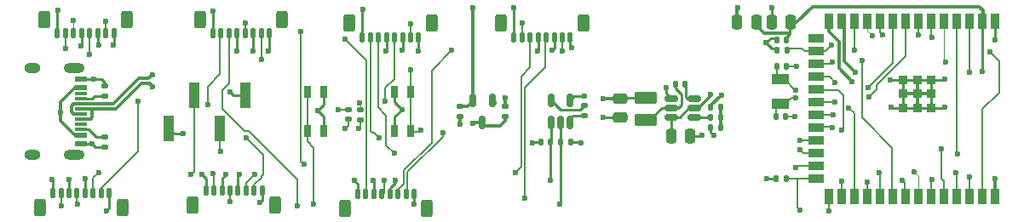
<source format=gbr>
%TF.GenerationSoftware,KiCad,Pcbnew,7.0.8+1*%
%TF.CreationDate,2023-12-11T13:56:50+01:00*%
%TF.ProjectId,Receiver,52656365-6976-4657-922e-6b696361645f,rev?*%
%TF.SameCoordinates,Original*%
%TF.FileFunction,Copper,L1,Top*%
%TF.FilePolarity,Positive*%
%FSLAX46Y46*%
G04 Gerber Fmt 4.6, Leading zero omitted, Abs format (unit mm)*
G04 Created by KiCad (PCBNEW 7.0.8+1) date 2023-12-11 13:56:50*
%MOMM*%
%LPD*%
G01*
G04 APERTURE LIST*
G04 Aperture macros list*
%AMRoundRect*
0 Rectangle with rounded corners*
0 $1 Rounding radius*
0 $2 $3 $4 $5 $6 $7 $8 $9 X,Y pos of 4 corners*
0 Add a 4 corners polygon primitive as box body*
4,1,4,$2,$3,$4,$5,$6,$7,$8,$9,$2,$3,0*
0 Add four circle primitives for the rounded corners*
1,1,$1+$1,$2,$3*
1,1,$1+$1,$4,$5*
1,1,$1+$1,$6,$7*
1,1,$1+$1,$8,$9*
0 Add four rect primitives between the rounded corners*
20,1,$1+$1,$2,$3,$4,$5,0*
20,1,$1+$1,$4,$5,$6,$7,0*
20,1,$1+$1,$6,$7,$8,$9,0*
20,1,$1+$1,$8,$9,$2,$3,0*%
G04 Aperture macros list end*
%TA.AperFunction,SMDPad,CuDef*%
%ADD10RoundRect,0.150000X0.150000X-0.512500X0.150000X0.512500X-0.150000X0.512500X-0.150000X-0.512500X0*%
%TD*%
%TA.AperFunction,SMDPad,CuDef*%
%ADD11RoundRect,0.250000X-0.250000X-0.475000X0.250000X-0.475000X0.250000X0.475000X-0.250000X0.475000X0*%
%TD*%
%TA.AperFunction,SMDPad,CuDef*%
%ADD12RoundRect,0.140000X-0.170000X0.140000X-0.170000X-0.140000X0.170000X-0.140000X0.170000X0.140000X0*%
%TD*%
%TA.AperFunction,SMDPad,CuDef*%
%ADD13RoundRect,0.125000X0.125000X0.425000X-0.125000X0.425000X-0.125000X-0.425000X0.125000X-0.425000X0*%
%TD*%
%TA.AperFunction,SMDPad,CuDef*%
%ADD14RoundRect,0.250000X0.350000X0.600000X-0.350000X0.600000X-0.350000X-0.600000X0.350000X-0.600000X0*%
%TD*%
%TA.AperFunction,SMDPad,CuDef*%
%ADD15RoundRect,0.250000X0.475000X-0.250000X0.475000X0.250000X-0.475000X0.250000X-0.475000X-0.250000X0*%
%TD*%
%TA.AperFunction,SMDPad,CuDef*%
%ADD16RoundRect,0.125000X-0.125000X-0.425000X0.125000X-0.425000X0.125000X0.425000X-0.125000X0.425000X0*%
%TD*%
%TA.AperFunction,SMDPad,CuDef*%
%ADD17RoundRect,0.250000X-0.350000X-0.600000X0.350000X-0.600000X0.350000X0.600000X-0.350000X0.600000X0*%
%TD*%
%TA.AperFunction,SMDPad,CuDef*%
%ADD18RoundRect,0.140000X0.170000X-0.140000X0.170000X0.140000X-0.170000X0.140000X-0.170000X-0.140000X0*%
%TD*%
%TA.AperFunction,SMDPad,CuDef*%
%ADD19RoundRect,0.140000X-0.140000X-0.170000X0.140000X-0.170000X0.140000X0.170000X-0.140000X0.170000X0*%
%TD*%
%TA.AperFunction,SMDPad,CuDef*%
%ADD20RoundRect,0.250000X0.250000X0.475000X-0.250000X0.475000X-0.250000X-0.475000X0.250000X-0.475000X0*%
%TD*%
%TA.AperFunction,SMDPad,CuDef*%
%ADD21RoundRect,0.250000X0.850000X-0.375000X0.850000X0.375000X-0.850000X0.375000X-0.850000X-0.375000X0*%
%TD*%
%TA.AperFunction,SMDPad,CuDef*%
%ADD22RoundRect,0.135000X0.135000X0.185000X-0.135000X0.185000X-0.135000X-0.185000X0.135000X-0.185000X0*%
%TD*%
%TA.AperFunction,SMDPad,CuDef*%
%ADD23RoundRect,0.135000X-0.185000X0.135000X-0.185000X-0.135000X0.185000X-0.135000X0.185000X0.135000X0*%
%TD*%
%TA.AperFunction,SMDPad,CuDef*%
%ADD24RoundRect,0.150000X-0.512500X-0.150000X0.512500X-0.150000X0.512500X0.150000X-0.512500X0.150000X0*%
%TD*%
%TA.AperFunction,SMDPad,CuDef*%
%ADD25R,1.150000X0.600000*%
%TD*%
%TA.AperFunction,SMDPad,CuDef*%
%ADD26R,1.150000X0.300000*%
%TD*%
%TA.AperFunction,ComponentPad*%
%ADD27O,2.100000X1.000000*%
%TD*%
%TA.AperFunction,ComponentPad*%
%ADD28O,1.600000X1.000000*%
%TD*%
%TA.AperFunction,SMDPad,CuDef*%
%ADD29RoundRect,0.140000X0.140000X0.170000X-0.140000X0.170000X-0.140000X-0.170000X0.140000X-0.170000X0*%
%TD*%
%TA.AperFunction,SMDPad,CuDef*%
%ADD30R,0.800000X1.225000*%
%TD*%
%TA.AperFunction,SMDPad,CuDef*%
%ADD31RoundRect,0.135000X-0.135000X-0.185000X0.135000X-0.185000X0.135000X0.185000X-0.135000X0.185000X0*%
%TD*%
%TA.AperFunction,SMDPad,CuDef*%
%ADD32R,1.800000X1.000000*%
%TD*%
%TA.AperFunction,SMDPad,CuDef*%
%ADD33R,1.000000X2.510000*%
%TD*%
%TA.AperFunction,SMDPad,CuDef*%
%ADD34R,0.900000X1.500000*%
%TD*%
%TA.AperFunction,SMDPad,CuDef*%
%ADD35R,1.500000X0.900000*%
%TD*%
%TA.AperFunction,SMDPad,CuDef*%
%ADD36R,0.900000X0.900000*%
%TD*%
%TA.AperFunction,SMDPad,CuDef*%
%ADD37RoundRect,0.150000X-0.150000X0.512500X-0.150000X-0.512500X0.150000X-0.512500X0.150000X0.512500X0*%
%TD*%
%TA.AperFunction,SMDPad,CuDef*%
%ADD38RoundRect,0.135000X0.185000X-0.135000X0.185000X0.135000X-0.185000X0.135000X-0.185000X-0.135000X0*%
%TD*%
%TA.AperFunction,ViaPad*%
%ADD39C,0.600000*%
%TD*%
%TA.AperFunction,Conductor*%
%ADD40C,0.250000*%
%TD*%
%TA.AperFunction,Conductor*%
%ADD41C,0.300000*%
%TD*%
%TA.AperFunction,Conductor*%
%ADD42C,0.150000*%
%TD*%
%TA.AperFunction,Conductor*%
%ADD43C,0.100000*%
%TD*%
G04 APERTURE END LIST*
D10*
%TO.P,U3,1,OUT*%
%TO.N,-2V5*%
X104195000Y-62137500D03*
%TO.P,U3,2,IN*%
%TO.N,+2V5*%
X105145000Y-62137500D03*
%TO.P,U3,3,CFLY-*%
%TO.N,Net-(U3-CFLY-)*%
X106095000Y-62137500D03*
%TO.P,U3,4,GND*%
%TO.N,GND*%
X106095000Y-59862500D03*
%TO.P,U3,5,CFLY+*%
%TO.N,Net-(U3-CFLY+)*%
X104195000Y-59862500D03*
%TD*%
D11*
%TO.P,C14,1*%
%TO.N,GND*%
X122675000Y-52105000D03*
%TO.P,C14,2*%
%TO.N,+3.3V*%
X124575000Y-52105000D03*
%TD*%
D12*
%TO.P,C12,1*%
%TO.N,GND*%
X99585000Y-60520000D03*
%TO.P,C12,2*%
%TO.N,+3.3V*%
X99585000Y-61480000D03*
%TD*%
D13*
%TO.P,J1,1,Pin_1*%
%TO.N,+2V5*%
X90575000Y-69225000D03*
%TO.P,J1,2,Pin_2*%
%TO.N,/PWM_SEND_4*%
X89775000Y-69225000D03*
%TO.P,J1,3,Pin_3*%
%TO.N,/PWM_RCV_4*%
X88975000Y-69225000D03*
%TO.P,J1,4,Pin_4*%
%TO.N,-2V5*%
X88175000Y-69225000D03*
%TO.P,J1,5,Pin_5*%
%TO.N,/LED_4*%
X87375000Y-69225000D03*
%TO.P,J1,6,Pin_6*%
%TO.N,GND*%
X86575000Y-69225000D03*
%TO.P,J1,7,Pin_7*%
%TO.N,/DOG_4*%
X85775000Y-69225000D03*
%TO.P,J1,8,Pin_8*%
%TO.N,GND*%
X84975000Y-69225000D03*
D14*
%TO.P,J1,MP*%
%TO.N,N/C*%
X91875000Y-70625000D03*
X83675000Y-70625000D03*
%TD*%
D12*
%TO.P,C3,1*%
%TO.N,GND*%
X84005000Y-60835000D03*
%TO.P,C3,2*%
%TO.N,Net-(U2-EN)*%
X84005000Y-61795000D03*
%TD*%
D15*
%TO.P,C7,1*%
%TO.N,GND*%
X111085000Y-61595000D03*
%TO.P,C7,2*%
%TO.N,+3.3V*%
X111085000Y-59695000D03*
%TD*%
D16*
%TO.P,J2,1,Pin_1*%
%TO.N,+2V5*%
X85425000Y-53625000D03*
%TO.P,J2,2,Pin_2*%
%TO.N,/PWM_SEND_5*%
X86225000Y-53625000D03*
%TO.P,J2,3,Pin_3*%
%TO.N,/PWM_RCV_5*%
X87025000Y-53625000D03*
%TO.P,J2,4,Pin_4*%
%TO.N,-2V5*%
X87825000Y-53625000D03*
%TO.P,J2,5,Pin_5*%
%TO.N,/LED_5*%
X88625000Y-53625000D03*
%TO.P,J2,6,Pin_6*%
%TO.N,GND*%
X89425000Y-53625000D03*
%TO.P,J2,7,Pin_7*%
%TO.N,/DOG_5*%
X90225000Y-53625000D03*
%TO.P,J2,8,Pin_8*%
%TO.N,GND*%
X91025000Y-53625000D03*
D17*
%TO.P,J2,MP*%
%TO.N,N/C*%
X84125000Y-52225000D03*
X92325000Y-52225000D03*
%TD*%
D18*
%TO.P,C13,1*%
%TO.N,GND*%
X95135000Y-61480000D03*
%TO.P,C13,2*%
%TO.N,+2V5*%
X95135000Y-60520000D03*
%TD*%
D19*
%TO.P,C10,1*%
%TO.N,GND*%
X103185000Y-64005000D03*
%TO.P,C10,2*%
%TO.N,-2V5*%
X104145000Y-64005000D03*
%TD*%
%TO.P,C5,1*%
%TO.N,GND*%
X126635000Y-53875000D03*
%TO.P,C5,2*%
%TO.N,+3.3V*%
X127595000Y-53875000D03*
%TD*%
D20*
%TO.P,C6,1*%
%TO.N,GND*%
X118025000Y-63415000D03*
%TO.P,C6,2*%
%TO.N,VBUS*%
X116125000Y-63415000D03*
%TD*%
D21*
%TO.P,L1,1,1*%
%TO.N,Net-(U1-SW)*%
X113565000Y-61830000D03*
%TO.P,L1,2,2*%
%TO.N,+3.3V*%
X113565000Y-59680000D03*
%TD*%
D22*
%TO.P,R5,1*%
%TO.N,/PWM_RCV_3*%
X127585000Y-67695000D03*
%TO.P,R5,2*%
%TO.N,GND*%
X126565000Y-67695000D03*
%TD*%
D23*
%TO.P,R1,1*%
%TO.N,+3.3V*%
X85215000Y-60785000D03*
%TO.P,R1,2*%
%TO.N,Net-(U2-EN)*%
X85215000Y-61805000D03*
%TD*%
D24*
%TO.P,U1,1,GND*%
%TO.N,GND*%
X116147500Y-59685000D03*
%TO.P,U1,2,SW*%
%TO.N,Net-(U1-SW)*%
X116147500Y-60635000D03*
%TO.P,U1,3,IN*%
%TO.N,VBUS*%
X116147500Y-61585000D03*
%TO.P,U1,4,FB*%
%TO.N,Net-(U1-FB)*%
X118422500Y-61585000D03*
%TO.P,U1,5,EN*%
%TO.N,VBUS*%
X118422500Y-60635000D03*
%TO.P,U1,6,BS*%
%TO.N,Net-(U1-BS)*%
X118422500Y-59685000D03*
%TD*%
D22*
%TO.P,R4,1*%
%TO.N,/PWM_RCV_4*%
X127655000Y-54925000D03*
%TO.P,R4,2*%
%TO.N,GND*%
X126635000Y-54925000D03*
%TD*%
D25*
%TO.P,J6,A1,GND*%
%TO.N,GND*%
X57445000Y-57800000D03*
%TO.P,J6,A4,VBUS*%
%TO.N,VBUS*%
X57445000Y-58600000D03*
D26*
%TO.P,J6,A5,CC1*%
%TO.N,Net-(J6-CC1)*%
X57440000Y-59750000D03*
%TO.P,J6,A6,D+*%
%TO.N,Net-(U2-GPIO20{slash}U1CTS{slash}ADC2_CH9{slash}CLK_OUT1{slash}USB_D+)*%
X57440000Y-60750000D03*
%TO.P,J6,A7,D-*%
%TO.N,Net-(U2-GPIO19{slash}U1RTS{slash}ADC2_CH8{slash}CLK_OUT2{slash}USB_D-)*%
X57440000Y-61250000D03*
%TO.P,J6,A8,SBU1*%
%TO.N,unconnected-(J6-SBU1-PadA8)*%
X57440000Y-59250000D03*
D25*
%TO.P,J6,A9,VBUS*%
%TO.N,VBUS*%
X57445000Y-63400000D03*
%TO.P,J6,A12,GND*%
%TO.N,GND*%
X57445000Y-64200000D03*
D26*
%TO.P,J6,B5,CC2*%
%TO.N,Net-(J6-CC2)*%
X57440000Y-62750000D03*
%TO.P,J6,B6,D+*%
%TO.N,Net-(U2-GPIO20{slash}U1CTS{slash}ADC2_CH9{slash}CLK_OUT1{slash}USB_D+)*%
X57440000Y-61750000D03*
%TO.P,J6,B7,D-*%
%TO.N,Net-(U2-GPIO19{slash}U1RTS{slash}ADC2_CH8{slash}CLK_OUT2{slash}USB_D-)*%
X57440000Y-60250000D03*
%TO.P,J6,B8,SBU2*%
%TO.N,unconnected-(J6-SBU2-PadB8)*%
X57440000Y-62250000D03*
D27*
%TO.P,J6,S1,SHIELD*%
%TO.N,GND*%
X56820000Y-56680000D03*
D28*
X52640000Y-56680000D03*
D27*
X56820000Y-65320000D03*
D28*
X52640000Y-65320000D03*
%TD*%
D29*
%TO.P,C1,1*%
%TO.N,GND*%
X127565000Y-56515000D03*
%TO.P,C1,2*%
%TO.N,Net-(U2-GPIO16{slash}U0CTS{slash}ADC2_CH5{slash}XTAL_32K_N)*%
X126605000Y-56515000D03*
%TD*%
D30*
%TO.P,SW1,1,1*%
%TO.N,Net-(U2-GPIO0{slash}BOOT)*%
X79965000Y-62912500D03*
X79965000Y-59087500D03*
%TO.P,SW1,2,2*%
%TO.N,GND*%
X81565000Y-62912500D03*
X81565000Y-59087500D03*
%TD*%
D11*
%TO.P,C4,1*%
%TO.N,GND*%
X126115000Y-52145000D03*
%TO.P,C4,2*%
%TO.N,+3.3V*%
X128015000Y-52145000D03*
%TD*%
D31*
%TO.P,R7,1*%
%TO.N,GND*%
X120050000Y-62640000D03*
%TO.P,R7,2*%
%TO.N,Net-(R6-Pad1)*%
X121070000Y-62640000D03*
%TD*%
D23*
%TO.P,R3,1*%
%TO.N,GND*%
X59805000Y-58455000D03*
%TO.P,R3,2*%
%TO.N,Net-(J6-CC1)*%
X59805000Y-59475000D03*
%TD*%
D13*
%TO.P,J3,1,Pin_1*%
%TO.N,+2V5*%
X60275000Y-69125000D03*
%TO.P,J3,2,Pin_2*%
%TO.N,/PWM_SEND_1*%
X59475000Y-69125000D03*
%TO.P,J3,3,Pin_3*%
%TO.N,/PWM_RCV_1*%
X58675000Y-69125000D03*
%TO.P,J3,4,Pin_4*%
%TO.N,-2V5*%
X57875000Y-69125000D03*
%TO.P,J3,5,Pin_5*%
%TO.N,/LED_1*%
X57075000Y-69125000D03*
%TO.P,J3,6,Pin_6*%
%TO.N,GND*%
X56275000Y-69125000D03*
%TO.P,J3,7,Pin_7*%
%TO.N,/DOG_1*%
X55475000Y-69125000D03*
%TO.P,J3,8,Pin_8*%
%TO.N,GND*%
X54675000Y-69125000D03*
D14*
%TO.P,J3,MP*%
%TO.N,N/C*%
X61575000Y-70525000D03*
X53375000Y-70525000D03*
%TD*%
D16*
%TO.P,J7,1,Pin_1*%
%TO.N,+2V5*%
X55125000Y-53225000D03*
%TO.P,J7,2,Pin_2*%
%TO.N,/PWM_SEND_0*%
X55925000Y-53225000D03*
%TO.P,J7,3,Pin_3*%
%TO.N,/PWM_RCV_0*%
X56725000Y-53225000D03*
%TO.P,J7,4,Pin_4*%
%TO.N,-2V5*%
X57525000Y-53225000D03*
%TO.P,J7,5,Pin_5*%
%TO.N,/LED_0*%
X58325000Y-53225000D03*
%TO.P,J7,6,Pin_6*%
%TO.N,GND*%
X59125000Y-53225000D03*
%TO.P,J7,7,Pin_7*%
%TO.N,/DOG_0*%
X59925000Y-53225000D03*
%TO.P,J7,8,Pin_8*%
%TO.N,GND*%
X60725000Y-53225000D03*
D17*
%TO.P,J7,MP*%
%TO.N,N/C*%
X53825000Y-51825000D03*
X62025000Y-51825000D03*
%TD*%
D30*
%TO.P,SW2,1,1*%
%TO.N,GND*%
X88655000Y-62912500D03*
X88655000Y-59087500D03*
%TO.P,SW2,2,2*%
%TO.N,Net-(U2-EN)*%
X90255000Y-62912500D03*
X90255000Y-59087500D03*
%TD*%
D32*
%TO.P,Y1,1,1*%
%TO.N,Net-(U2-GPIO15{slash}U0RTS{slash}ADC2_CH4{slash}XTAL_32K_P)*%
X126985000Y-60275000D03*
%TO.P,Y1,2,2*%
%TO.N,Net-(U2-GPIO16{slash}U0CTS{slash}ADC2_CH5{slash}XTAL_32K_N)*%
X126985000Y-57775000D03*
%TD*%
D33*
%TO.P,J8,1,Pin_1*%
%TO.N,+3.3V*%
X66190000Y-62655000D03*
%TO.P,J8,2,Pin_2*%
%TO.N,Net-(J8-Pin_2)*%
X68730000Y-59345000D03*
%TO.P,J8,3,Pin_3*%
%TO.N,Net-(J8-Pin_3)*%
X71270000Y-62655000D03*
%TO.P,J8,4,Pin_4*%
%TO.N,GND*%
X73810000Y-59345000D03*
%TD*%
D19*
%TO.P,C8,1*%
%TO.N,Net-(U1-SW)*%
X116565000Y-58265000D03*
%TO.P,C8,2*%
%TO.N,Net-(U1-BS)*%
X117525000Y-58265000D03*
%TD*%
D22*
%TO.P,R6,1*%
%TO.N,Net-(R6-Pad1)*%
X121075000Y-60595000D03*
%TO.P,R6,2*%
%TO.N,+3.3V*%
X120055000Y-60595000D03*
%TD*%
D34*
%TO.P,U2,1,GND*%
%TO.N,GND*%
X148310000Y-51990000D03*
%TO.P,U2,2,3V3*%
%TO.N,+3.3V*%
X147040000Y-51990000D03*
%TO.P,U2,3,EN*%
%TO.N,Net-(U2-EN)*%
X145770000Y-51990000D03*
%TO.P,U2,4,GPIO4/TOUCH4/ADC1_CH3*%
%TO.N,/DOG_2*%
X144500000Y-51990000D03*
%TO.P,U2,5,GPIO5/TOUCH5/ADC1_CH4*%
%TO.N,/DOG_3*%
X143230000Y-51990000D03*
%TO.P,U2,6,GPIO6/TOUCH6/ADC1_CH5*%
%TO.N,/DOG_4*%
X141960000Y-51990000D03*
%TO.P,U2,7,GPIO7/TOUCH7/ADC1_CH6*%
%TO.N,/DOG_5*%
X140690000Y-51990000D03*
%TO.P,U2,8,GPIO15/U0RTS/ADC2_CH4/XTAL_32K_P*%
%TO.N,Net-(U2-GPIO15{slash}U0RTS{slash}ADC2_CH4{slash}XTAL_32K_P)*%
X139420000Y-51990000D03*
%TO.P,U2,9,GPIO16/U0CTS/ADC2_CH5/XTAL_32K_N*%
%TO.N,Net-(U2-GPIO16{slash}U0CTS{slash}ADC2_CH5{slash}XTAL_32K_N)*%
X138150000Y-51990000D03*
%TO.P,U2,10,GPIO17/U1TXD/ADC2_CH6*%
%TO.N,/PWM_SEND_6*%
X136880000Y-51990000D03*
%TO.P,U2,11,GPIO18/U1RXD/ADC2_CH7/CLK_OUT3*%
%TO.N,/PWM_RCV_0*%
X135610000Y-51990000D03*
%TO.P,U2,12,GPIO8/TOUCH8/ADC1_CH7/SUBSPICS1*%
%TO.N,/DOG_6*%
X134340000Y-51990000D03*
%TO.P,U2,13,GPIO19/U1RTS/ADC2_CH8/CLK_OUT2/USB_D-*%
%TO.N,Net-(U2-GPIO19{slash}U1RTS{slash}ADC2_CH8{slash}CLK_OUT2{slash}USB_D-)*%
X133070000Y-51990000D03*
%TO.P,U2,14,GPIO20/U1CTS/ADC2_CH9/CLK_OUT1/USB_D+*%
%TO.N,Net-(U2-GPIO20{slash}U1CTS{slash}ADC2_CH9{slash}CLK_OUT1{slash}USB_D+)*%
X131800000Y-51990000D03*
D35*
%TO.P,U2,15,GPIO3/TOUCH3/ADC1_CH2*%
%TO.N,unconnected-(U2-GPIO3{slash}TOUCH3{slash}ADC1_CH2-Pad15)*%
X130550000Y-53755000D03*
%TO.P,U2,16,GPIO46*%
%TO.N,/PWM_RCV_4*%
X130550000Y-55025000D03*
%TO.P,U2,17,GPIO9/TOUCH9/ADC1_CH8/FSPIHD/SUBSPIHD*%
%TO.N,/PWM_SEND_0*%
X130550000Y-56295000D03*
%TO.P,U2,18,GPIO10/TOUCH10/ADC1_CH9/FSPICS0/FSPIIO4/SUBSPICS0*%
%TO.N,/PWM_SEND_1*%
X130550000Y-57565000D03*
%TO.P,U2,19,GPIO11/TOUCH11/ADC2_CH0/FSPID/FSPIIO5/SUBSPID*%
%TO.N,/PWM_SEND_2*%
X130550000Y-58835000D03*
%TO.P,U2,20,GPIO12/TOUCH12/ADC2_CH1/FSPICLK/FSPIIO6/SUBSPICLK*%
%TO.N,/PWM_SEND_3*%
X130550000Y-60105000D03*
%TO.P,U2,21,GPIO13/TOUCH13/ADC2_CH2/FSPIQ/FSPIIO7/SUBSPIQ*%
%TO.N,/PWM_SEND_4*%
X130550000Y-61375000D03*
%TO.P,U2,22,GPIO14/TOUCH14/ADC2_CH3/FSPIWP/FSPIDQS/SUBSPIWP*%
%TO.N,/PWM_SEND_5*%
X130550000Y-62645000D03*
%TO.P,U2,23,GPIO21*%
%TO.N,/PWM_RCV_1*%
X130550000Y-63915000D03*
%TO.P,U2,24,GPIO47/SPICLK_P/SUBSPICLK_P_DIFF*%
%TO.N,/PWM_RCV_5*%
X130550000Y-65185000D03*
%TO.P,U2,25,GPIO48/SPICLK_N/SUBSPICLK_N_DIFF*%
%TO.N,/PWM_RCV_6*%
X130550000Y-66455000D03*
%TO.P,U2,26,GPIO45*%
%TO.N,/PWM_RCV_3*%
X130550000Y-67725000D03*
D34*
%TO.P,U2,27,GPIO0/BOOT*%
%TO.N,Net-(U2-GPIO0{slash}BOOT)*%
X131800000Y-69490000D03*
%TO.P,U2,28,SPIIO6/GPIO35/FSPID/SUBSPID*%
%TO.N,/LED_4*%
X133070000Y-69490000D03*
%TO.P,U2,29,SPIIO7/GPIO36/FSPICLK/SUBSPICLK*%
%TO.N,/LED_5*%
X134340000Y-69490000D03*
%TO.P,U2,30,SPIDQS/GPIO37/FSPIQ/SUBSPIQ*%
%TO.N,/LED_6*%
X135610000Y-69490000D03*
%TO.P,U2,31,GPIO38/FSPIWP/SUBSPIWP*%
%TO.N,/PWM_RCV_2*%
X136880000Y-69490000D03*
%TO.P,U2,32,MTCK/GPIO39/CLK_OUT3/SUBSPICS1*%
%TO.N,/LED_0*%
X138150000Y-69490000D03*
%TO.P,U2,33,MTDO/GPIO40/CLK_OUT2*%
%TO.N,/LED_1*%
X139420000Y-69490000D03*
%TO.P,U2,34,MTDI/GPIO41/CLK_OUT1*%
%TO.N,/LED_2*%
X140690000Y-69490000D03*
%TO.P,U2,35,MTMS/GPIO42*%
%TO.N,/LED_3*%
X141960000Y-69490000D03*
%TO.P,U2,36,U0RXD/GPIO44/CLK_OUT2*%
%TO.N,Net-(J8-Pin_3)*%
X143230000Y-69490000D03*
%TO.P,U2,37,U0TXD/GPIO43/CLK_OUT1*%
%TO.N,Net-(J8-Pin_2)*%
X144500000Y-69490000D03*
%TO.P,U2,38,GPIO2/TOUCH2/ADC1_CH1*%
%TO.N,/DOG_1*%
X145770000Y-69490000D03*
%TO.P,U2,39,GPIO1/TOUCH1/ADC1_CH0*%
%TO.N,/DOG_0*%
X147040000Y-69490000D03*
%TO.P,U2,40,GND*%
%TO.N,GND*%
X148310000Y-69490000D03*
D36*
%TO.P,U2,41,GND*%
X141990000Y-57840000D03*
X140590000Y-57840000D03*
X139190000Y-57840000D03*
X139190000Y-57840000D03*
X141990000Y-59240000D03*
X141990000Y-59240000D03*
X140590000Y-59240000D03*
X139190000Y-59240000D03*
X141990000Y-60640000D03*
X140590000Y-60640000D03*
X139190000Y-60640000D03*
%TD*%
D13*
%TO.P,J4,1,Pin_1*%
%TO.N,+2V5*%
X75475000Y-68875000D03*
%TO.P,J4,2,Pin_2*%
%TO.N,/PWM_SEND_2*%
X74675000Y-68875000D03*
%TO.P,J4,3,Pin_3*%
%TO.N,/PWM_RCV_2*%
X73875000Y-68875000D03*
%TO.P,J4,4,Pin_4*%
%TO.N,-2V5*%
X73075000Y-68875000D03*
%TO.P,J4,5,Pin_5*%
%TO.N,/LED_2*%
X72275000Y-68875000D03*
%TO.P,J4,6,Pin_6*%
%TO.N,GND*%
X71475000Y-68875000D03*
%TO.P,J4,7,Pin_7*%
%TO.N,/DOG_2*%
X70675000Y-68875000D03*
%TO.P,J4,8,Pin_8*%
%TO.N,GND*%
X69875000Y-68875000D03*
D14*
%TO.P,J4,MP*%
%TO.N,N/C*%
X76775000Y-70275000D03*
X68575000Y-70275000D03*
%TD*%
D37*
%TO.P,U5,1,GND*%
%TO.N,GND*%
X98325000Y-59862500D03*
%TO.P,U5,2,VO*%
%TO.N,+2V5*%
X96425000Y-59862500D03*
%TO.P,U5,3,VI*%
%TO.N,+3.3V*%
X97375000Y-62137500D03*
%TD*%
D19*
%TO.P,C2,1*%
%TO.N,Net-(U2-GPIO15{slash}U0RTS{slash}ADC2_CH4{slash}XTAL_32K_P)*%
X126505000Y-61545000D03*
%TO.P,C2,2*%
%TO.N,GND*%
X127465000Y-61545000D03*
%TD*%
D16*
%TO.P,J9,1,Pin_1*%
%TO.N,+2V5*%
X100495000Y-53605000D03*
%TO.P,J9,2,Pin_2*%
%TO.N,/PWM_SEND_6*%
X101295000Y-53605000D03*
%TO.P,J9,3,Pin_3*%
%TO.N,/PWM_RCV_6*%
X102095000Y-53605000D03*
%TO.P,J9,4,Pin_4*%
%TO.N,-2V5*%
X102895000Y-53605000D03*
%TO.P,J9,5,Pin_5*%
%TO.N,/LED_6*%
X103695000Y-53605000D03*
%TO.P,J9,6,Pin_6*%
%TO.N,GND*%
X104495000Y-53605000D03*
%TO.P,J9,7,Pin_7*%
%TO.N,/DOG_6*%
X105295000Y-53605000D03*
%TO.P,J9,8,Pin_8*%
%TO.N,GND*%
X106095000Y-53605000D03*
D17*
%TO.P,J9,MP*%
%TO.N,N/C*%
X99195000Y-52205000D03*
X107395000Y-52205000D03*
%TD*%
D31*
%TO.P,R8,1*%
%TO.N,Net-(U1-FB)*%
X120055000Y-61615000D03*
%TO.P,R8,2*%
%TO.N,Net-(R6-Pad1)*%
X121075000Y-61615000D03*
%TD*%
D18*
%TO.P,C11,1*%
%TO.N,Net-(U3-CFLY-)*%
X107470000Y-61385000D03*
%TO.P,C11,2*%
%TO.N,Net-(U3-CFLY+)*%
X107470000Y-60425000D03*
%TD*%
D38*
%TO.P,R2,1*%
%TO.N,GND*%
X59815000Y-64525000D03*
%TO.P,R2,2*%
%TO.N,Net-(J6-CC2)*%
X59815000Y-63505000D03*
%TD*%
D16*
%TO.P,J5,1,Pin_1*%
%TO.N,+2V5*%
X70575000Y-53225000D03*
%TO.P,J5,2,Pin_2*%
%TO.N,/PWM_SEND_3*%
X71375000Y-53225000D03*
%TO.P,J5,3,Pin_3*%
%TO.N,/PWM_RCV_3*%
X72175000Y-53225000D03*
%TO.P,J5,4,Pin_4*%
%TO.N,-2V5*%
X72975000Y-53225000D03*
%TO.P,J5,5,Pin_5*%
%TO.N,/LED_3*%
X73775000Y-53225000D03*
%TO.P,J5,6,Pin_6*%
%TO.N,GND*%
X74575000Y-53225000D03*
%TO.P,J5,7,Pin_7*%
%TO.N,/DOG_3*%
X75375000Y-53225000D03*
%TO.P,J5,8,Pin_8*%
%TO.N,GND*%
X76175000Y-53225000D03*
D17*
%TO.P,J5,MP*%
%TO.N,N/C*%
X69275000Y-51825000D03*
X77475000Y-51825000D03*
%TD*%
D29*
%TO.P,C9,1*%
%TO.N,GND*%
X106105000Y-64005000D03*
%TO.P,C9,2*%
%TO.N,+2V5*%
X105145000Y-64005000D03*
%TD*%
D39*
%TO.N,GND*%
X122700000Y-50700000D03*
%TO.N,+2V5*%
X105041814Y-70199998D03*
X100500000Y-50700000D03*
X96400000Y-50700000D03*
X75274831Y-70050000D03*
X70600000Y-51000000D03*
X60000000Y-70875000D03*
X85500000Y-50800000D03*
X55200004Y-50900000D03*
X90541740Y-70200000D03*
%TO.N,/PWM_SEND_1*%
X132400000Y-58100000D03*
X63100000Y-60000000D03*
%TO.N,/PWM_RCV_1*%
X59200000Y-67100000D03*
X128900002Y-63900000D03*
%TO.N,-2V5*%
X73225000Y-67300000D03*
X72922334Y-55025000D03*
X57500000Y-54500000D03*
X88700000Y-67832313D03*
X57900000Y-67700000D03*
X87796688Y-54950000D03*
X102836639Y-55000000D03*
X104110312Y-67825000D03*
%TO.N,/LED_1*%
X57100000Y-70200000D03*
X139116407Y-67835646D03*
%TO.N,GND*%
X69500000Y-67300000D03*
X143300000Y-60600000D03*
X143300000Y-57800000D03*
X95100000Y-62300000D03*
X109400000Y-61600000D03*
X59200000Y-54400000D03*
X84613454Y-67875000D03*
X89392758Y-54900000D03*
X54600000Y-67800000D03*
X120328930Y-63375000D03*
X148320000Y-53900000D03*
X99600000Y-59600000D03*
X126115000Y-50700000D03*
X98514081Y-60125000D03*
X58600000Y-64200000D03*
X102325312Y-64125000D03*
X148310000Y-67690000D03*
X89400000Y-60800000D03*
X83000000Y-60800000D03*
X128400000Y-61500000D03*
X107500000Y-59500000D03*
X137900000Y-57900000D03*
X128600000Y-56500000D03*
X74553084Y-55025000D03*
X125599846Y-67650000D03*
X71875000Y-67300000D03*
X104274021Y-54920698D03*
X90946177Y-54950369D03*
X58700000Y-57800000D03*
X60700000Y-54400000D03*
X81000000Y-60900000D03*
X119169059Y-63325000D03*
X76122334Y-55025000D03*
X72302298Y-59052298D03*
X115590000Y-58600000D03*
X106240853Y-54666615D03*
X86501322Y-67848540D03*
X56300000Y-67800000D03*
X125565320Y-54175000D03*
X138000000Y-60600000D03*
X107116852Y-64125000D03*
%TO.N,/DOG_1*%
X145800000Y-67500000D03*
X55500000Y-70400000D03*
%TO.N,/PWM_SEND_2*%
X133100000Y-62875000D03*
X73900000Y-63600000D03*
%TO.N,/PWM_RCV_2*%
X74715474Y-67300000D03*
X136800000Y-67100000D03*
%TO.N,/LED_2*%
X140300000Y-67000000D03*
X72300000Y-70000000D03*
%TO.N,/DOG_2*%
X144600000Y-65200000D03*
X70600000Y-67200000D03*
%TO.N,/PWM_SEND_3*%
X70100000Y-60300000D03*
X132410585Y-60058324D03*
%TO.N,/PWM_RCV_3*%
X128900000Y-70800000D03*
X79000000Y-70400000D03*
%TO.N,/LED_3*%
X73817206Y-52225000D03*
X79624586Y-66275000D03*
X79300000Y-53000000D03*
X142000000Y-67800000D03*
%TO.N,/DOG_3*%
X75410000Y-55850000D03*
X143410000Y-56110000D03*
%TO.N,/PWM_SEND_0*%
X132100000Y-56100000D03*
X55900000Y-54700000D03*
%TO.N,/PWM_RCV_0*%
X56700000Y-51900000D03*
X136127298Y-53472702D03*
%TO.N,/LED_0*%
X135100000Y-55900000D03*
X58300000Y-55300000D03*
%TO.N,/DOG_0*%
X147800000Y-55100000D03*
X59894822Y-52030178D03*
%TO.N,+3.3V*%
X147000000Y-57000000D03*
X96400000Y-62200000D03*
X67600000Y-63200000D03*
X85149809Y-60154622D03*
X109400000Y-59700000D03*
X121100000Y-59400000D03*
%TO.N,/DOG_5*%
X90200000Y-52300000D03*
X140700000Y-53400000D03*
%TO.N,/DOG_4*%
X142000000Y-53600000D03*
X83681095Y-53775000D03*
%TO.N,Net-(U2-GPIO19{slash}U1RTS{slash}ADC2_CH8{slash}CLK_OUT2{slash}USB_D-)*%
X134400000Y-57132997D03*
X64574345Y-57315312D03*
%TO.N,Net-(U2-GPIO20{slash}U1CTS{slash}ADC2_CH9{slash}CLK_OUT1{slash}USB_D+)*%
X64600000Y-58500000D03*
X134100000Y-58000000D03*
%TO.N,/PWM_RCV_5*%
X128900000Y-64800000D03*
X88586289Y-65132811D03*
%TO.N,/PWM_SEND_4*%
X93421669Y-63100000D03*
X132200000Y-61300000D03*
%TO.N,/PWM_SEND_5*%
X87100000Y-63625000D03*
X132100000Y-62600000D03*
%TO.N,/PWM_SEND_6*%
X101300000Y-52200000D03*
X137123493Y-53385515D03*
%TO.N,/PWM_RCV_4*%
X132033280Y-54401063D03*
X94300000Y-54900000D03*
%TO.N,/LED_4*%
X133100000Y-67900000D03*
X87600000Y-67832313D03*
%TO.N,/LED_5*%
X133775000Y-60617690D03*
X87700000Y-60000000D03*
%TO.N,/PWM_RCV_6*%
X100632072Y-67100000D03*
X128473892Y-66550000D03*
%TO.N,/LED_6*%
X101600000Y-69600000D03*
X135600000Y-68000000D03*
%TO.N,/DOG_6*%
X134300000Y-54875000D03*
X105273744Y-54944302D03*
%TO.N,Net-(J8-Pin_3)*%
X71351360Y-64977526D03*
X143000000Y-64700000D03*
%TO.N,Net-(J8-Pin_2)*%
X68400000Y-67300000D03*
X144400000Y-67100000D03*
%TO.N,VBUS*%
X120000000Y-59300000D03*
X55400000Y-61100000D03*
%TO.N,Net-(U2-EN)*%
X91270207Y-62880516D03*
X145800000Y-57100000D03*
X83740853Y-62676244D03*
X85040853Y-62688267D03*
X90206969Y-56850000D03*
%TO.N,Net-(U2-GPIO15{slash}U0RTS{slash}ADC2_CH4{slash}XTAL_32K_P)*%
X128500000Y-59600000D03*
X135780000Y-59540000D03*
%TO.N,Net-(U2-GPIO16{slash}U0CTS{slash}ADC2_CH5{slash}XTAL_32K_N)*%
X128521407Y-58850303D03*
X135700000Y-58600000D03*
%TO.N,Net-(U2-GPIO0{slash}BOOT)*%
X80600000Y-70200000D03*
X131800000Y-70899980D03*
%TD*%
D40*
%TO.N,GND*%
X126115000Y-52145000D02*
X126115000Y-50700000D01*
%TO.N,+3.3V*%
X127910000Y-53260000D02*
X127910000Y-53200000D01*
X127910000Y-53200000D02*
X127910000Y-52470000D01*
D41*
X124275000Y-52105000D02*
X125340000Y-53170000D01*
X125340000Y-53170000D02*
X127880000Y-53170000D01*
X127880000Y-53170000D02*
X127910000Y-53200000D01*
%TO.N,GND*%
X122675000Y-52105000D02*
X122675000Y-50725000D01*
X122675000Y-50725000D02*
X122700000Y-50700000D01*
D40*
%TO.N,Net-(U3-CFLY+)*%
X105740000Y-60850000D02*
X105150000Y-60850000D01*
X105150000Y-60850000D02*
X104300000Y-60000000D01*
%TO.N,+2V5*%
X90575000Y-69225000D02*
X90575000Y-70166740D01*
X60275000Y-69125000D02*
X60275000Y-70600000D01*
X105145000Y-70096812D02*
X105041814Y-70199998D01*
X70575000Y-51025000D02*
X70600000Y-51000000D01*
X75475000Y-69849831D02*
X75274831Y-70050000D01*
D41*
X95880000Y-60520000D02*
X96300000Y-60100000D01*
D40*
X85425000Y-50875000D02*
X85500000Y-50800000D01*
D41*
X96425000Y-59862500D02*
X96425000Y-50725000D01*
X96425000Y-50725000D02*
X96400000Y-50700000D01*
D40*
X70575000Y-53225000D02*
X70575000Y-51025000D01*
X90575000Y-70166740D02*
X90541740Y-70200000D01*
X105145000Y-63955000D02*
X105140000Y-63960000D01*
X100495000Y-53605000D02*
X100495000Y-50705000D01*
X55125000Y-50975004D02*
X55200004Y-50900000D01*
X100495000Y-50705000D02*
X100500000Y-50700000D01*
X55125000Y-53225000D02*
X55125000Y-50975004D01*
X75475000Y-68875000D02*
X75475000Y-69849831D01*
X60275000Y-70600000D02*
X60000000Y-70875000D01*
D41*
X95135000Y-60520000D02*
X95880000Y-60520000D01*
D40*
X105145000Y-62137500D02*
X105145000Y-63955000D01*
X105145000Y-64005000D02*
X105145000Y-70096812D01*
X85425000Y-53625000D02*
X85425000Y-50875000D01*
D42*
%TO.N,/PWM_SEND_1*%
X131865000Y-57565000D02*
X132400000Y-58100000D01*
X63100000Y-64950000D02*
X63100000Y-60000000D01*
X59475000Y-69125000D02*
X59475000Y-68575000D01*
X130550000Y-57565000D02*
X131865000Y-57565000D01*
X59475000Y-68575000D02*
X63100000Y-64950000D01*
%TO.N,/PWM_RCV_1*%
X58675000Y-67625000D02*
X59200000Y-67100000D01*
X130400000Y-63900000D02*
X128900002Y-63900000D01*
X58675000Y-69125000D02*
X58675000Y-67625000D01*
D40*
%TO.N,-2V5*%
X104195000Y-62137500D02*
X104195000Y-63975000D01*
X88700000Y-67832313D02*
X88700000Y-68125305D01*
X73075000Y-68875000D02*
X73075000Y-67450000D01*
X87825000Y-54921688D02*
X87796688Y-54950000D01*
X57525000Y-54475000D02*
X57500000Y-54500000D01*
X72975000Y-53225000D02*
X72975000Y-54972334D01*
X87825000Y-53625000D02*
X87825000Y-54921688D01*
X104195000Y-63975000D02*
X104150000Y-64020000D01*
X88175000Y-68650305D02*
X88175000Y-69225000D01*
X73075000Y-67450000D02*
X73225000Y-67300000D01*
X104145000Y-67790312D02*
X104110312Y-67825000D01*
X57875000Y-69125000D02*
X57875000Y-67725000D01*
X102895000Y-54941639D02*
X102836639Y-55000000D01*
X72975000Y-54972334D02*
X72922334Y-55025000D01*
X57525000Y-53225000D02*
X57525000Y-54475000D01*
X57875000Y-67725000D02*
X57900000Y-67700000D01*
X102895000Y-53605000D02*
X102895000Y-54941639D01*
X104145000Y-64005000D02*
X104145000Y-67790312D01*
X88700000Y-68125305D02*
X88175000Y-68650305D01*
D42*
%TO.N,/LED_1*%
X139300000Y-68019239D02*
X139116407Y-67835646D01*
X57075000Y-70175000D02*
X57100000Y-70200000D01*
X57075000Y-69125000D02*
X57075000Y-70175000D01*
X139300000Y-69600000D02*
X139300000Y-68019239D01*
D40*
%TO.N,GND*%
X88655000Y-61545000D02*
X89400000Y-60800000D01*
X74575000Y-55003084D02*
X74553084Y-55025000D01*
D41*
X139190000Y-59240000D02*
X141940000Y-59240000D01*
X148310000Y-69490000D02*
X148310000Y-67690000D01*
D40*
X141990000Y-60590000D02*
X142100000Y-60700000D01*
X143260000Y-57840000D02*
X143300000Y-57800000D01*
D41*
X99585000Y-60520000D02*
X99585000Y-59615000D01*
D40*
X59805000Y-58105000D02*
X59500000Y-57800000D01*
X126535000Y-54725000D02*
X126115320Y-54725000D01*
X69875000Y-68875000D02*
X69900000Y-68850000D01*
X139190000Y-60640000D02*
X139190000Y-58010000D01*
X126115320Y-54725000D02*
X125565320Y-54175000D01*
X69900000Y-67700000D02*
X69500000Y-67300000D01*
D41*
X140590000Y-57840000D02*
X140590000Y-60690000D01*
D40*
X103185000Y-64005000D02*
X102445312Y-64005000D01*
D41*
X140590000Y-60690000D02*
X140600000Y-60700000D01*
D40*
X106105000Y-64005000D02*
X106996852Y-64005000D01*
X81565000Y-60335000D02*
X81000000Y-60900000D01*
X111085000Y-61595000D02*
X109405000Y-61595000D01*
X54675000Y-69125000D02*
X54675000Y-67875000D01*
X60725000Y-54375000D02*
X60700000Y-54400000D01*
X106095000Y-54520762D02*
X106240853Y-54666615D01*
X57445000Y-57800000D02*
X58700000Y-57800000D01*
X81565000Y-62912500D02*
X81565000Y-61465000D01*
X139190000Y-57840000D02*
X137960000Y-57840000D01*
D41*
X141940000Y-59240000D02*
X142000000Y-59300000D01*
D40*
X57445000Y-64200000D02*
X58600000Y-64200000D01*
X84975000Y-69225000D02*
X84975000Y-68236546D01*
D41*
X95135000Y-61480000D02*
X95135000Y-62265000D01*
D40*
X125644846Y-67695000D02*
X125599846Y-67650000D01*
X72595000Y-59345000D02*
X72302298Y-59052298D01*
X54675000Y-67875000D02*
X54600000Y-67800000D01*
X71475000Y-67700000D02*
X71875000Y-67300000D01*
X86575000Y-69225000D02*
X86575000Y-67922218D01*
X106996852Y-64005000D02*
X107116852Y-64125000D01*
X104495000Y-53605000D02*
X104495000Y-54699719D01*
X73810000Y-59345000D02*
X72595000Y-59345000D01*
D41*
X98325000Y-59862500D02*
X98325000Y-59935919D01*
D40*
X76175000Y-54972334D02*
X76122334Y-55025000D01*
D42*
X127465000Y-61545000D02*
X128355000Y-61545000D01*
D40*
X60725000Y-53225000D02*
X60725000Y-54375000D01*
X115590000Y-59127500D02*
X115590000Y-58600000D01*
X137960000Y-57840000D02*
X137900000Y-57900000D01*
X102445312Y-64005000D02*
X102325312Y-64125000D01*
X139240000Y-60640000D02*
X139200000Y-60600000D01*
X120050000Y-62640000D02*
X120050000Y-63096070D01*
X141990000Y-57840000D02*
X141990000Y-60590000D01*
X86575000Y-67922218D02*
X86501322Y-67848540D01*
X59815000Y-64525000D02*
X58925000Y-64525000D01*
X56275000Y-67825000D02*
X56300000Y-67800000D01*
X148310000Y-53890000D02*
X148320000Y-53900000D01*
X104495000Y-54699719D02*
X104274021Y-54920698D01*
X139190000Y-57840000D02*
X142160000Y-57840000D01*
X139190000Y-58010000D02*
X139200000Y-58000000D01*
X91025000Y-54871546D02*
X90946177Y-54950369D01*
X88655000Y-62912500D02*
X88655000Y-61545000D01*
X84975000Y-68236546D02*
X84613454Y-67875000D01*
X59805000Y-58455000D02*
X59805000Y-58105000D01*
X88655000Y-59087500D02*
X88655000Y-60055000D01*
X116147500Y-59685000D02*
X115590000Y-59127500D01*
D42*
X128585000Y-56515000D02*
X128600000Y-56500000D01*
D40*
X119079059Y-63415000D02*
X119169059Y-63325000D01*
X88655000Y-60055000D02*
X89400000Y-60800000D01*
X81565000Y-59087500D02*
X81565000Y-60335000D01*
D41*
X95135000Y-62265000D02*
X95100000Y-62300000D01*
D40*
X143260000Y-60640000D02*
X143300000Y-60600000D01*
X126535000Y-53675000D02*
X126065320Y-53675000D01*
X69900000Y-68850000D02*
X69900000Y-67700000D01*
X106095000Y-59862500D02*
X106457500Y-59500000D01*
X74575000Y-53225000D02*
X74575000Y-55003084D01*
X148310000Y-51990000D02*
X148310000Y-53890000D01*
X118025000Y-63415000D02*
X119079059Y-63415000D01*
X141990000Y-60640000D02*
X143260000Y-60640000D01*
D42*
X83035000Y-60835000D02*
X83000000Y-60800000D01*
D40*
X59500000Y-57800000D02*
X58700000Y-57800000D01*
X89425000Y-53625000D02*
X89425000Y-54867758D01*
X139190000Y-60640000D02*
X138040000Y-60640000D01*
X106457500Y-59500000D02*
X107500000Y-59500000D01*
X81565000Y-61465000D02*
X81000000Y-60900000D01*
D42*
X127565000Y-56515000D02*
X128585000Y-56515000D01*
D40*
X142160000Y-57840000D02*
X142200000Y-57800000D01*
D41*
X99585000Y-59615000D02*
X99600000Y-59600000D01*
D40*
X71475000Y-68875000D02*
X71475000Y-67700000D01*
X58925000Y-64525000D02*
X58600000Y-64200000D01*
D41*
X98325000Y-59935919D02*
X98514081Y-60125000D01*
D40*
X59125000Y-53225000D02*
X59125000Y-54325000D01*
X141990000Y-60640000D02*
X139240000Y-60640000D01*
X141990000Y-57840000D02*
X143260000Y-57840000D01*
X59125000Y-54325000D02*
X59200000Y-54400000D01*
X106095000Y-53605000D02*
X106095000Y-54520762D01*
X126565000Y-67695000D02*
X125644846Y-67695000D01*
X120050000Y-63096070D02*
X120328930Y-63375000D01*
X89425000Y-54867758D02*
X89392758Y-54900000D01*
X76175000Y-53225000D02*
X76175000Y-54972334D01*
X138040000Y-60640000D02*
X138000000Y-60600000D01*
X109405000Y-61595000D02*
X109400000Y-61600000D01*
D42*
X84005000Y-60835000D02*
X83035000Y-60835000D01*
X128355000Y-61545000D02*
X128400000Y-61500000D01*
D40*
X56275000Y-69125000D02*
X56275000Y-67825000D01*
X126065320Y-53675000D02*
X125565320Y-54175000D01*
X91025000Y-53625000D02*
X91025000Y-54871546D01*
D42*
%TO.N,/DOG_1*%
X145800000Y-67500000D02*
X145800000Y-69400000D01*
X55475000Y-70375000D02*
X55500000Y-70400000D01*
X55475000Y-69125000D02*
X55475000Y-70375000D01*
%TO.N,/PWM_SEND_2*%
X133225000Y-62750000D02*
X133100000Y-62875000D01*
X130500000Y-58900000D02*
X132700000Y-58900000D01*
X75390474Y-67439121D02*
X75600000Y-67229595D01*
X75600000Y-65300000D02*
X73900000Y-63600000D01*
X75600000Y-67229595D02*
X75600000Y-65300000D01*
X133225000Y-59425000D02*
X133225000Y-62750000D01*
X74675000Y-68295069D02*
X75390474Y-67579595D01*
X75390474Y-67579595D02*
X75390474Y-67439121D01*
X74675000Y-68875000D02*
X74675000Y-68295069D01*
X132700000Y-58900000D02*
X133225000Y-59425000D01*
%TO.N,/PWM_RCV_2*%
X136880000Y-67180000D02*
X136800000Y-67100000D01*
X73875000Y-68875000D02*
X73875000Y-68140474D01*
X136880000Y-69490000D02*
X136880000Y-67180000D01*
X73875000Y-68140474D02*
X74715474Y-67300000D01*
D43*
%TO.N,/LED_2*%
X140690000Y-67390000D02*
X140300000Y-67000000D01*
D42*
X72275000Y-69975000D02*
X72300000Y-70000000D01*
D43*
X140690000Y-69490000D02*
X140690000Y-67390000D01*
D42*
X72275000Y-68875000D02*
X72275000Y-69975000D01*
%TO.N,/DOG_2*%
X70700000Y-68800000D02*
X70700000Y-67300000D01*
X144500000Y-51990000D02*
X144500000Y-65200000D01*
X70700000Y-67300000D02*
X70600000Y-67200000D01*
%TO.N,/PWM_SEND_3*%
X71300000Y-57300000D02*
X71300000Y-53100000D01*
X70100000Y-60300000D02*
X70100000Y-58500000D01*
X130550000Y-60105000D02*
X132363909Y-60105000D01*
X70100000Y-58500000D02*
X71300000Y-57300000D01*
X132363909Y-60105000D02*
X132410585Y-60058324D01*
%TO.N,/PWM_RCV_3*%
X72175000Y-53225000D02*
X72175000Y-58225000D01*
X73719975Y-62925000D02*
X74179595Y-62925000D01*
X79000000Y-67745405D02*
X79000000Y-70400000D01*
X72175000Y-58225000D02*
X71500000Y-58900000D01*
X71500000Y-58900000D02*
X71500000Y-60705025D01*
X128700000Y-67725000D02*
X128700000Y-70600000D01*
X71500000Y-60705025D02*
X73719975Y-62925000D01*
X128700000Y-70600000D02*
X128900000Y-70800000D01*
X127635000Y-67725000D02*
X127570000Y-67660000D01*
X74179595Y-62925000D02*
X79000000Y-67745405D01*
X130550000Y-67725000D02*
X128700000Y-67725000D01*
X128700000Y-67725000D02*
X127635000Y-67725000D01*
%TO.N,/LED_3*%
X141960000Y-69490000D02*
X141960000Y-67840000D01*
X73800000Y-53200000D02*
X73800000Y-52242206D01*
X73800000Y-52242206D02*
X73817206Y-52225000D01*
X141960000Y-67840000D02*
X142000000Y-67800000D01*
X79300000Y-53000000D02*
X79300000Y-65950414D01*
X79300000Y-65950414D02*
X79624586Y-66275000D01*
%TO.N,/DOG_3*%
X75410000Y-53290000D02*
X75430000Y-53270000D01*
X75410000Y-55850000D02*
X75410000Y-53290000D01*
D43*
X143230000Y-51990000D02*
X143230000Y-55930000D01*
X143230000Y-55930000D02*
X143410000Y-56110000D01*
D42*
%TO.N,/PWM_SEND_0*%
X55900000Y-54700000D02*
X55900000Y-53200000D01*
X131905000Y-56295000D02*
X132100000Y-56100000D01*
X130550000Y-56295000D02*
X131905000Y-56295000D01*
D43*
%TO.N,/PWM_RCV_0*%
X135610000Y-51990000D02*
X135610000Y-52955404D01*
X56700000Y-51900000D02*
X56700000Y-53400000D01*
X135610000Y-52955404D02*
X136127298Y-53472702D01*
D42*
%TO.N,/LED_0*%
X138100000Y-64600000D02*
X135100000Y-61600000D01*
X58325000Y-55275000D02*
X58300000Y-55300000D01*
X58325000Y-53225000D02*
X58325000Y-55275000D01*
X138100000Y-69500000D02*
X138100000Y-64600000D01*
X135100000Y-61600000D02*
X135100000Y-55900000D01*
%TO.N,/DOG_0*%
X147040000Y-69490000D02*
X147040000Y-60760000D01*
X148700000Y-59100000D02*
X148700000Y-56000000D01*
X148700000Y-56000000D02*
X147800000Y-55100000D01*
X147040000Y-60760000D02*
X148700000Y-59100000D01*
X59900000Y-53200000D02*
X59900000Y-52035356D01*
X59900000Y-52035356D02*
X59894822Y-52030178D01*
D41*
%TO.N,+3.3V*%
X146700000Y-50560000D02*
X147080000Y-50940000D01*
X147080000Y-50940000D02*
X147080000Y-51940000D01*
X128575000Y-52145000D02*
X130160000Y-50560000D01*
D40*
X147040000Y-51990000D02*
X147040000Y-56960000D01*
D41*
X128015000Y-52145000D02*
X128575000Y-52145000D01*
X111085000Y-59695000D02*
X109405000Y-59695000D01*
D40*
X127495000Y-53675000D02*
X127910000Y-53260000D01*
D43*
X85215000Y-60785000D02*
X85215000Y-60219813D01*
D41*
X130160000Y-50560000D02*
X146700000Y-50560000D01*
X97600000Y-62400000D02*
X97400000Y-62200000D01*
X109405000Y-59695000D02*
X109400000Y-59700000D01*
X120055000Y-60445000D02*
X121100000Y-59400000D01*
X120055000Y-60595000D02*
X120055000Y-60445000D01*
X97375000Y-62137500D02*
X96462500Y-62137500D01*
D40*
X111080000Y-59680000D02*
X111060000Y-59660000D01*
D41*
X99585000Y-61915000D02*
X99100000Y-62400000D01*
D40*
X66190000Y-62655000D02*
X66735000Y-63200000D01*
D41*
X99100000Y-62400000D02*
X97600000Y-62400000D01*
X96462500Y-62137500D02*
X96400000Y-62200000D01*
D43*
X85215000Y-60219813D02*
X85149809Y-60154622D01*
D40*
X113565000Y-59680000D02*
X111080000Y-59680000D01*
D41*
X99585000Y-61480000D02*
X99585000Y-61915000D01*
D40*
X66735000Y-63200000D02*
X67600000Y-63200000D01*
X147040000Y-56960000D02*
X147000000Y-57000000D01*
D42*
%TO.N,/DOG_5*%
X140690000Y-51990000D02*
X140690000Y-53390000D01*
X140690000Y-53390000D02*
X140700000Y-53400000D01*
X90200000Y-52300000D02*
X90200000Y-53900000D01*
%TO.N,/DOG_4*%
X141960000Y-51990000D02*
X141960000Y-53560000D01*
X85900000Y-69300000D02*
X85826322Y-69226322D01*
X85826322Y-55920227D02*
X83681095Y-53775000D01*
X141960000Y-53560000D02*
X142000000Y-53600000D01*
X85826322Y-69226322D02*
X85826322Y-55920227D01*
D41*
%TO.N,Net-(U2-GPIO19{slash}U1RTS{slash}ADC2_CH8{slash}CLK_OUT2{slash}USB_D-)*%
X133301117Y-56034114D02*
X134400000Y-57132997D01*
X63239339Y-57700000D02*
X64189657Y-57700000D01*
X57440000Y-60250000D02*
X56720024Y-60250000D01*
X60689339Y-60250000D02*
X63239339Y-57700000D01*
X56720024Y-60250000D02*
X56500000Y-60470024D01*
X56500000Y-60470024D02*
X56500000Y-60800000D01*
X56720024Y-61250000D02*
X57400000Y-61250000D01*
X64189657Y-57700000D02*
X64574345Y-57315312D01*
X57440000Y-60250000D02*
X60689339Y-60250000D01*
X133000000Y-52100000D02*
X133301117Y-52401117D01*
X56500000Y-60800000D02*
X56500000Y-61029976D01*
X133301117Y-52401117D02*
X133301117Y-56034114D01*
X56500000Y-61029976D02*
X56720024Y-61250000D01*
%TO.N,Net-(U2-GPIO20{slash}U1CTS{slash}ADC2_CH9{slash}CLK_OUT1{slash}USB_D+)*%
X131800000Y-51990000D02*
X131800000Y-53039339D01*
X132800000Y-56700000D02*
X134100000Y-58000000D01*
X60950000Y-60750000D02*
X63500000Y-58200000D01*
X58450000Y-61750000D02*
X58600000Y-61600000D01*
X58600000Y-61600000D02*
X58600000Y-60750000D01*
X131800000Y-53039339D02*
X132800000Y-54039339D01*
X57440000Y-61750000D02*
X58450000Y-61750000D01*
X132800000Y-54039339D02*
X132800000Y-56700000D01*
X57440000Y-60750000D02*
X58600000Y-60750000D01*
X63500000Y-58200000D02*
X64300000Y-58200000D01*
X64300000Y-58200000D02*
X64600000Y-58500000D01*
X58600000Y-60750000D02*
X60950000Y-60750000D01*
D42*
%TO.N,/PWM_RCV_5*%
X87000000Y-60600000D02*
X87800000Y-61400000D01*
X130550000Y-65185000D02*
X129285000Y-65185000D01*
X87000000Y-53600000D02*
X87000000Y-60600000D01*
X87800000Y-61400000D02*
X87800000Y-64346522D01*
X87800000Y-64346522D02*
X88586289Y-65132811D01*
X129285000Y-65185000D02*
X128900000Y-64800000D01*
%TO.N,/PWM_SEND_4*%
X89925000Y-69075000D02*
X89925000Y-67020405D01*
X93421669Y-63523736D02*
X93421669Y-63100000D01*
X130400000Y-61400000D02*
X130500000Y-61300000D01*
X130500000Y-61300000D02*
X132200000Y-61300000D01*
X89775000Y-69225000D02*
X89925000Y-69075000D01*
X89925000Y-67020405D02*
X93421669Y-63523736D01*
%TO.N,/PWM_SEND_5*%
X132000000Y-62500000D02*
X132100000Y-62600000D01*
X86225000Y-55830019D02*
X86250000Y-55855020D01*
X86564644Y-63089644D02*
X87100000Y-63625000D01*
X86250000Y-55855020D02*
X86250000Y-62914644D01*
X86250000Y-62914644D02*
X86425000Y-63089644D01*
X86225000Y-53625000D02*
X86225000Y-55830019D01*
X130500000Y-62500000D02*
X132000000Y-62500000D01*
X86425000Y-63089644D02*
X86564644Y-63089644D01*
%TO.N,/PWM_SEND_6*%
X101300000Y-52200000D02*
X101300000Y-53600000D01*
X136880000Y-53142022D02*
X137123493Y-53385515D01*
X136880000Y-51990000D02*
X136880000Y-53142022D01*
%TO.N,/PWM_RCV_4*%
X88975000Y-68779595D02*
X89575000Y-68179595D01*
X92300000Y-64150431D02*
X92300000Y-56900000D01*
X88975000Y-69225000D02*
X88975000Y-68779595D01*
X127555000Y-54725000D02*
X129125000Y-54725000D01*
X131434343Y-55000000D02*
X132033280Y-54401063D01*
X89575000Y-66875431D02*
X92300000Y-64150431D01*
X92300000Y-56900000D02*
X94300000Y-54900000D01*
X89575000Y-68179595D02*
X89575000Y-66875431D01*
X130550000Y-55025000D02*
X130525000Y-55000000D01*
X129125000Y-54725000D02*
X129400000Y-55000000D01*
X130700000Y-55000000D02*
X131434343Y-55000000D01*
X130525000Y-55000000D02*
X129400000Y-55000000D01*
%TO.N,/LED_4*%
X133070000Y-69490000D02*
X133070000Y-67930000D01*
X87600000Y-69100000D02*
X87400000Y-69300000D01*
X133070000Y-67930000D02*
X133100000Y-67900000D01*
X87600000Y-67832313D02*
X87600000Y-69100000D01*
%TO.N,/LED_5*%
X88600000Y-57741090D02*
X87700000Y-58641090D01*
X87700000Y-58641090D02*
X87700000Y-60000000D01*
X134340000Y-69490000D02*
X134340000Y-61182690D01*
X134340000Y-61182690D02*
X133775000Y-60617690D01*
X88600000Y-53600000D02*
X88600000Y-57741090D01*
%TO.N,/PWM_RCV_6*%
X101200000Y-57500000D02*
X101200000Y-66532072D01*
X128623892Y-66400000D02*
X128473892Y-66550000D01*
X101200000Y-66532072D02*
X100632072Y-67100000D01*
X130600000Y-66400000D02*
X128623892Y-66400000D01*
X102095000Y-53605000D02*
X102095000Y-56605000D01*
X102095000Y-56605000D02*
X101200000Y-57500000D01*
%TO.N,/LED_6*%
X103599021Y-53800979D02*
X103599021Y-56600979D01*
X135610000Y-68010000D02*
X135600000Y-68000000D01*
X101600000Y-58600000D02*
X101600000Y-69600000D01*
X135610000Y-69490000D02*
X135610000Y-68010000D01*
X103599021Y-56600979D02*
X101600000Y-58600000D01*
X103700000Y-53700000D02*
X103599021Y-53800979D01*
%TO.N,/DOG_6*%
X105295000Y-54923046D02*
X105273744Y-54944302D01*
X105295000Y-53605000D02*
X105295000Y-54923046D01*
X134340000Y-51990000D02*
X134340000Y-54835000D01*
X134340000Y-54835000D02*
X134300000Y-54875000D01*
D40*
%TO.N,Net-(J6-CC2)*%
X58250000Y-62750000D02*
X59000000Y-63500000D01*
X57440000Y-62750000D02*
X58250000Y-62750000D01*
X59000000Y-63500000D02*
X59800000Y-63500000D01*
%TO.N,Net-(J6-CC1)*%
X58800000Y-59500000D02*
X59700000Y-59500000D01*
X58550000Y-59750000D02*
X58800000Y-59500000D01*
X57440000Y-59750000D02*
X58550000Y-59750000D01*
D42*
%TO.N,Net-(J8-Pin_3)*%
X143000000Y-67700000D02*
X143200000Y-67900000D01*
X143000000Y-64700000D02*
X143000000Y-67700000D01*
X71270000Y-62655000D02*
X71270000Y-64896166D01*
X71270000Y-64896166D02*
X71351360Y-64977526D01*
X143230000Y-67930000D02*
X143200000Y-67900000D01*
X143230000Y-69490000D02*
X143230000Y-67930000D01*
%TO.N,Net-(J8-Pin_2)*%
X144500000Y-69490000D02*
X144500000Y-67200000D01*
X68700000Y-59200000D02*
X68700000Y-67000000D01*
X144500000Y-67200000D02*
X144400000Y-67100000D01*
X68700000Y-67000000D02*
X68400000Y-67300000D01*
D41*
%TO.N,VBUS*%
X57445000Y-58600000D02*
X56855305Y-58600000D01*
X56855305Y-58600000D02*
X55400000Y-60055305D01*
X118842108Y-60635000D02*
X120000000Y-59477108D01*
X55400000Y-61929976D02*
X56870024Y-63400000D01*
D40*
X117950000Y-60610000D02*
X117960000Y-60620000D01*
X116147500Y-61585000D02*
X116975000Y-61585000D01*
X117960000Y-60620000D02*
X118500000Y-60620000D01*
D41*
X118422500Y-60635000D02*
X118842108Y-60635000D01*
X120000000Y-59477108D02*
X120000000Y-59300000D01*
D40*
X116125000Y-63415000D02*
X116125000Y-61565000D01*
D41*
X56870024Y-63400000D02*
X57500000Y-63400000D01*
D40*
X116125000Y-61565000D02*
X116130000Y-61560000D01*
D41*
X55400000Y-60055305D02*
X55400000Y-61929976D01*
D40*
X116975000Y-61585000D02*
X117950000Y-60610000D01*
%TO.N,Net-(U1-SW)*%
X115185000Y-60635000D02*
X113940000Y-61880000D01*
X116810000Y-60635000D02*
X117135000Y-60310000D01*
X116147500Y-60635000D02*
X116810000Y-60635000D01*
X117135000Y-59321396D02*
X116550000Y-58736396D01*
X116550000Y-58736396D02*
X116550000Y-58320000D01*
X116147500Y-60635000D02*
X115185000Y-60635000D01*
X117135000Y-60310000D02*
X117135000Y-59321396D01*
%TO.N,Net-(U1-FB)*%
X118422500Y-61585000D02*
X119795000Y-61585000D01*
D41*
X119825000Y-61615000D02*
X119795000Y-61585000D01*
X120055000Y-61615000D02*
X119825000Y-61615000D01*
%TO.N,Net-(R6-Pad1)*%
X121075000Y-62675000D02*
X121100000Y-62700000D01*
X121075000Y-60595000D02*
X121075000Y-62675000D01*
D40*
%TO.N,Net-(U1-BS)*%
X117585000Y-59535000D02*
X117750000Y-59700000D01*
X117750000Y-59700000D02*
X118300000Y-59700000D01*
X118300000Y-59700000D02*
X118330000Y-59670000D01*
X117525000Y-58265000D02*
X117585000Y-58325000D01*
X117585000Y-58325000D02*
X117585000Y-59507792D01*
X117585000Y-59507792D02*
X117585000Y-59535000D01*
D42*
%TO.N,Net-(U2-EN)*%
X145770000Y-51990000D02*
X145770000Y-57070000D01*
X90255000Y-59145000D02*
X90300000Y-59100000D01*
X85215000Y-61805000D02*
X85215000Y-62514120D01*
X85215000Y-62514120D02*
X85040853Y-62688267D01*
X90300000Y-63000000D02*
X91150723Y-63000000D01*
X145770000Y-57070000D02*
X145800000Y-57100000D01*
X84005000Y-62412097D02*
X83740853Y-62676244D01*
X90255000Y-62912500D02*
X90255000Y-59145000D01*
X84005000Y-61795000D02*
X84005000Y-62412097D01*
X90200000Y-56856969D02*
X90206969Y-56850000D01*
X91150723Y-63000000D02*
X91270207Y-62880516D01*
X90200000Y-59200000D02*
X90200000Y-56856969D01*
%TO.N,Net-(U2-GPIO15{slash}U0RTS{slash}ADC2_CH4{slash}XTAL_32K_P)*%
X128100000Y-59600000D02*
X128500000Y-59600000D01*
X136525000Y-58355761D02*
X136525000Y-58795000D01*
X126505000Y-61545000D02*
X126505000Y-60595000D01*
X139420000Y-51990000D02*
X139420000Y-55460761D01*
X136525000Y-58795000D02*
X135780000Y-59540000D01*
X127500000Y-60200000D02*
X128100000Y-59600000D01*
X139420000Y-55460761D02*
X136525000Y-58355761D01*
X126505000Y-60595000D02*
X126800000Y-60300000D01*
%TO.N,Net-(U2-GPIO16{slash}U0CTS{slash}ADC2_CH5{slash}XTAL_32K_N)*%
X126985000Y-57775000D02*
X127375000Y-57775000D01*
X126605000Y-57405000D02*
X126900000Y-57700000D01*
X127375000Y-57775000D02*
X128450303Y-58850303D01*
X138150000Y-56150000D02*
X135700000Y-58600000D01*
X138150000Y-51990000D02*
X138150000Y-56150000D01*
X128450303Y-58850303D02*
X128521407Y-58850303D01*
X126605000Y-56515000D02*
X126605000Y-57405000D01*
%TO.N,Net-(U2-GPIO0{slash}BOOT)*%
X131800000Y-69490000D02*
X131800000Y-70899980D01*
X80600000Y-70200000D02*
X80600000Y-64600000D01*
X80600000Y-64600000D02*
X80000000Y-64000000D01*
X79965000Y-62912500D02*
X79965000Y-59135000D01*
X80000000Y-64000000D02*
X80000000Y-62800000D01*
X79965000Y-59135000D02*
X80000000Y-59100000D01*
D40*
%TO.N,Net-(U3-CFLY-)*%
X107470000Y-61385000D02*
X106355000Y-61385000D01*
X106355000Y-61385000D02*
X106080000Y-61660000D01*
%TO.N,Net-(U3-CFLY+)*%
X107045000Y-60850000D02*
X105740000Y-60850000D01*
X107470000Y-60425000D02*
X107045000Y-60850000D01*
%TD*%
M02*

</source>
